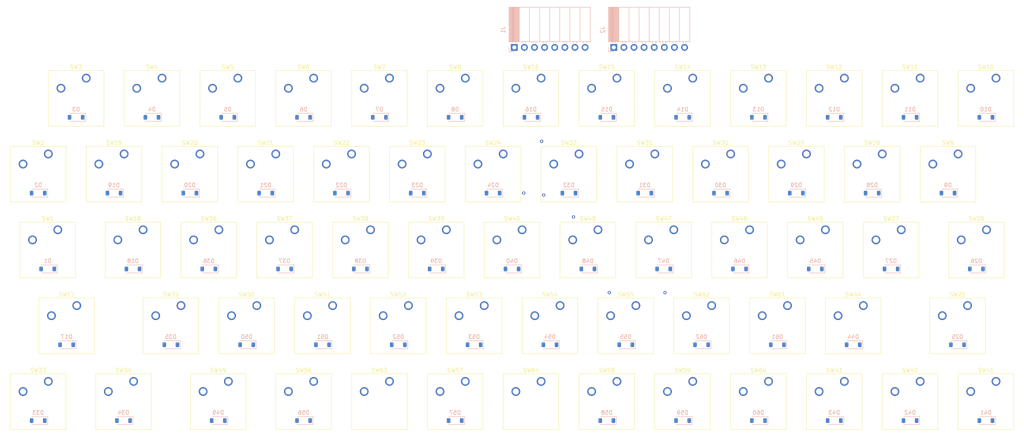
<source format=kicad_pcb>
(kicad_pcb (version 20221018) (generator pcbnew)

  (general
    (thickness 1.6)
  )

  (paper "A3")
  (layers
    (0 "F.Cu" signal)
    (31 "B.Cu" signal)
    (32 "B.Adhes" user "B.Adhesive")
    (33 "F.Adhes" user "F.Adhesive")
    (34 "B.Paste" user)
    (35 "F.Paste" user)
    (36 "B.SilkS" user "B.Silkscreen")
    (37 "F.SilkS" user "F.Silkscreen")
    (38 "B.Mask" user)
    (39 "F.Mask" user)
    (40 "Dwgs.User" user "User.Drawings")
    (41 "Cmts.User" user "User.Comments")
    (42 "Eco1.User" user "User.Eco1")
    (43 "Eco2.User" user "User.Eco2")
    (44 "Edge.Cuts" user)
    (45 "Margin" user)
    (46 "B.CrtYd" user "B.Courtyard")
    (47 "F.CrtYd" user "F.Courtyard")
    (48 "B.Fab" user)
    (49 "F.Fab" user)
    (50 "User.1" user)
    (51 "User.2" user)
    (52 "User.3" user)
    (53 "User.4" user)
    (54 "User.5" user)
    (55 "User.6" user)
    (56 "User.7" user)
    (57 "User.8" user)
    (58 "User.9" user)
  )

  (setup
    (pad_to_mask_clearance 0)
    (pcbplotparams
      (layerselection 0x00010fc_ffffffff)
      (plot_on_all_layers_selection 0x0000000_00000000)
      (disableapertmacros false)
      (usegerberextensions false)
      (usegerberattributes true)
      (usegerberadvancedattributes true)
      (creategerberjobfile true)
      (dashed_line_dash_ratio 12.000000)
      (dashed_line_gap_ratio 3.000000)
      (svgprecision 4)
      (plotframeref false)
      (viasonmask false)
      (mode 1)
      (useauxorigin false)
      (hpglpennumber 1)
      (hpglpenspeed 20)
      (hpglpendiameter 15.000000)
      (dxfpolygonmode true)
      (dxfimperialunits true)
      (dxfusepcbnewfont true)
      (psnegative false)
      (psa4output false)
      (plotreference true)
      (plotvalue true)
      (plotinvisibletext false)
      (sketchpadsonfab false)
      (subtractmaskfromsilk false)
      (outputformat 1)
      (mirror false)
      (drillshape 1)
      (scaleselection 1)
      (outputdirectory "")
    )
  )

  (net 0 "")
  (net 1 "Net-(D1-K)")
  (net 2 "Net-(D1-A)")
  (net 3 "Net-(D2-K)")
  (net 4 "Net-(D3-K)")
  (net 5 "Net-(D4-K)")
  (net 6 "Net-(D5-K)")
  (net 7 "Net-(D6-K)")
  (net 8 "Net-(D7-K)")
  (net 9 "Net-(D8-K)")
  (net 10 "Net-(D9-K)")
  (net 11 "Net-(D10-A)")
  (net 12 "Net-(D10-K)")
  (net 13 "Net-(D11-K)")
  (net 14 "Net-(D12-K)")
  (net 15 "Net-(D13-K)")
  (net 16 "Net-(D14-K)")
  (net 17 "Net-(D15-K)")
  (net 18 "Net-(D16-K)")
  (net 19 "Net-(D17-K)")
  (net 20 "Net-(D17-A)")
  (net 21 "Net-(D18-K)")
  (net 22 "Net-(D19-K)")
  (net 23 "Net-(D20-K)")
  (net 24 "Net-(D21-K)")
  (net 25 "Net-(D22-K)")
  (net 26 "Net-(D23-K)")
  (net 27 "Net-(D24-K)")
  (net 28 "Net-(D25-K)")
  (net 29 "Net-(D25-A)")
  (net 30 "Net-(D26-K)")
  (net 31 "Net-(D27-K)")
  (net 32 "Net-(D28-K)")
  (net 33 "Net-(D29-K)")
  (net 34 "Net-(D30-K)")
  (net 35 "Net-(D31-K)")
  (net 36 "Net-(D32-K)")
  (net 37 "Net-(D33-K)")
  (net 38 "Net-(D33-A)")
  (net 39 "Net-(D34-K)")
  (net 40 "Net-(D35-K)")
  (net 41 "Net-(D36-K)")
  (net 42 "Net-(D37-K)")
  (net 43 "Net-(D38-K)")
  (net 44 "Net-(D39-K)")
  (net 45 "Net-(D40-K)")
  (net 46 "Net-(D41-K)")
  (net 47 "Net-(D41-A)")
  (net 48 "Net-(D42-K)")
  (net 49 "Net-(D43-K)")
  (net 50 "Net-(D44-K)")
  (net 51 "Net-(D45-K)")
  (net 52 "Net-(D46-K)")
  (net 53 "Net-(D47-K)")
  (net 54 "Net-(D48-K)")
  (net 55 "Net-(D49-K)")
  (net 56 "Net-(D49-A)")
  (net 57 "Net-(D50-K)")
  (net 58 "Net-(D51-K)")
  (net 59 "Net-(D52-K)")
  (net 60 "Net-(D53-K)")
  (net 61 "Net-(D54-K)")
  (net 62 "Net-(D55-K)")
  (net 63 "Net-(D56-K)")
  (net 64 "Net-(D56-A)")
  (net 65 "Net-(D57-K)")
  (net 66 "Net-(D58-K)")
  (net 67 "Net-(D59-K)")
  (net 68 "Net-(D60-K)")
  (net 69 "Net-(D61-K)")
  (net 70 "Net-(D62-K)")
  (net 71 "Net-(J2-Pin_1)")
  (net 72 "Net-(J2-Pin_2)")
  (net 73 "Net-(J2-Pin_3)")
  (net 74 "Net-(J2-Pin_4)")
  (net 75 "Net-(J2-Pin_5)")
  (net 76 "Net-(J2-Pin_6)")
  (net 77 "Net-(J2-Pin_7)")
  (net 78 "Net-(J2-Pin_8)")
  (net 79 "unconnected-(SW63-Pad1)")
  (net 80 "unconnected-(SW63-Pad2)")
  (net 81 "unconnected-(SW64-Pad1)")
  (net 82 "unconnected-(SW64-Pad2)")

  (footprint "Button_Switch_Keyboard:SW_Cherry_MX_1.00u_PCB" (layer "F.Cu") (at 205.26375 197.32625))

  (footprint "Button_Switch_Keyboard:SW_Cherry_MX_1.25u_PCB" (layer "F.Cu") (at 140.97 197.32625))

  (footprint "Button_Switch_Keyboard:SW_Cherry_MX_1.00u_PCB" (layer "F.Cu") (at 333.85125 159.22625))

  (footprint "Button_Switch_Keyboard:SW_Cherry_MX_1.75u_PCB" (layer "F.Cu") (at 350.52 178.27625))

  (footprint "Button_Switch_Keyboard:SW_Cherry_MX_1.00u_PCB" (layer "F.Cu") (at 243.36375 197.32625))

  (footprint "Button_Switch_Keyboard:SW_Cherry_MX_1.00u_PCB" (layer "F.Cu") (at 229.07625 178.27625))

  (footprint "Button_Switch_Keyboard:SW_Cherry_MX_1.00u_PCB" (layer "F.Cu") (at 214.78875 140.17625))

  (footprint "Button_Switch_Keyboard:SW_Cherry_MX_1.00u_PCB" (layer "F.Cu") (at 157.63875 140.17625))

  (footprint "Button_Switch_Keyboard:SW_Cherry_MX_1.00u_PCB" (layer "F.Cu") (at 167.16375 121.12625))

  (footprint "Button_Switch_Keyboard:SW_Cherry_MX_1.00u_PCB" (layer "F.Cu") (at 276.70125 159.22625))

  (footprint "Button_Switch_Keyboard:SW_Cherry_MX_1.00u_PCB" (layer "F.Cu") (at 286.22625 178.27625))

  (footprint "Button_Switch_Keyboard:SW_Cherry_MX_1.00u_PCB" (layer "F.Cu") (at 262.41375 197.32625))

  (footprint "Button_Switch_Keyboard:SW_Cherry_MX_1.00u_PCB" (layer "F.Cu") (at 252.88875 140.17625))

  (footprint "Button_Switch_Keyboard:SW_Cherry_MX_1.75u_PCB" (layer "F.Cu") (at 126.6825 178.27625))

  (footprint "Button_Switch_Keyboard:SW_Cherry_MX_1.00u_PCB" (layer "F.Cu") (at 248.12625 178.27625))

  (footprint "Button_Switch_Keyboard:SW_Cherry_MX_1.00u_PCB" (layer "F.Cu") (at 181.45125 159.22625))

  (footprint "Button_Switch_Keyboard:SW_Cherry_MX_1.25u_PCB" (layer "F.Cu") (at 355.2825 159.22625))

  (footprint "Button_Switch_Keyboard:SW_Cherry_MX_1.00u_PCB" (layer "F.Cu") (at 310.03875 140.17625))

  (footprint "Button_Switch_Keyboard:SW_Cherry_MX_1.00u_PCB" (layer "F.Cu") (at 233.83875 140.17625))

  (footprint "Button_Switch_Keyboard:SW_Cherry_MX_1.00u_PCB" (layer "F.Cu") (at 324.32625 178.27625))

  (footprint "Button_Switch_Keyboard:SW_Cherry_MX_1.00u_PCB" (layer "F.Cu") (at 143.35125 159.22625))

  (footprint "Button_Switch_Keyboard:SW_Cherry_MX_1.00u_PCB" (layer "F.Cu") (at 238.60125 159.22625))

  (footprint "Button_Switch_Keyboard:SW_Cherry_MX_1.00u_PCB" (layer "F.Cu") (at 210.02625 178.27625))

  (footprint "Button_Switch_Keyboard:SW_Cherry_MX_1.00u_PCB" (layer "F.Cu") (at 171.92625 178.27625))

  (footprint "Button_Switch_Keyboard:SW_Cherry_MX_1.00u_PCB" (layer "F.Cu") (at 319.56375 121.12625))

  (footprint "Button_Switch_Keyboard:SW_Cherry_MX_1.00u_PCB" (layer "F.Cu") (at 186.21375 121.12625))

  (footprint "Button_Switch_Keyboard:SW_Cherry_MX_1.00u_PCB" (layer "F.Cu") (at 357.66375 197.32625))

  (footprint "Button_Switch_Keyboard:SW_Cherry_MX_1.00u_PCB" (layer "F.Cu") (at 224.31375 121.12625))

  (footprint "Button_Switch_Keyboard:SW_Cherry_MX_1.00u_PCB" (layer "F.Cu") (at 205.26375 121.12625))

  (footprint "Button_Switch_Keyboard:SW_Cherry_MX_1.00u_PCB" (layer "F.Cu") (at 119.53875 140.17625))

  (footprint "Button_Switch_Keyboard:SW_Cherry_MX_1.00u_PCB" (layer "F.Cu") (at 267.17625 178.27625))

  (footprint "Button_Switch_Keyboard:SW_Cherry_MX_1.00u_PCB" (layer "F.Cu") (at 290.98875 140.17625))

  (footprint "Button_Switch_Keyboard:SW_Cherry_MX_1.00u_PCB" (layer "F.Cu") (at 129.06375 121.12625))

  (footprint "Button_Switch_Keyboard:SW_Cherry_MX_1.00u_PCB" (layer "F.Cu") (at 319.56375 197.32625))

  (footprint "Button_Switch_Keyboard:SW_Cherry_MX_1.00u_PCB" (layer "F.Cu") (at 300.51375 197.32625))

  (footprint "Button_Switch_Keyboard:SW_Cherry_MX_1.00u_PCB" (layer "F.Cu") (at 271.93875 140.17625))

  (footprint "Button_Switch_Keyboard:SW_Cherry_MX_1.00u_PCB" (layer "F.Cu") (at 314.80125 159.22625))

  (footprint "Button_Switch_Keyboard:SW_Cherry_MX_1.00u_PCB" (layer "F.Cu") (at 348.13875 140.17625))

  (footprint "Button_Switch_Keyboard:SW_Cherry_MX_1.00u_PCB" (layer "F.Cu") (at 257.65125 159.22625))

  (footprint "Button_Switch_Keyboard:SW_Cherry_MX_1.00u_PCB" (layer "F.Cu") (at 300.51375 121.12625))

  (footprint "Button_Switch_Keyboard:SW_Cherry_MX_1.00u_PCB" (layer "F.Cu") (at 186.21375 197.32625))

  (footprint "Button_Switch_Keyboard:SW_Cherry_MX_1.25u_PCB" (layer "F.Cu")
    (tstamp a18bf5f9-e788-40ba-a91b-8b2efda1b6be)
    (at 121.92 159.22625)
    (descr "Cherry MX keyswitch, 1.25u, PCB mount, http://cherryamericas.com/wp-content/uploads/2014/12/mx_cat.pdf")
    (tags "Cherry MX keyswitch 1.25u PCB")
    (property "Sheetfile" "xantronix-z32.kicad_sch")
    (property "Sheetname" "")
    (property "ki_description" "Push button switch, generic, two pins")
    (property "ki_keywords" "switch normally-open pushbutton push-button")
    (path "/e76b9ee1-537d-4bb2-9fff-78ac2d601e07")
    (attr through_hole)
    (fp_text reference "SW1" (at -2.54 -2.794) (layer "F.SilkS")
        (effects (font (size 1 1) (thickness 0.15)))
      (tstamp 988b5319-14e2-4359-ac6a-47497a8c684a)
    )
    (fp_text value "SW_Push" (at -2.54 12.954) (layer "F.Fab")
        (effects (font (size 1 1) (thickness 0.15)))
      (tstamp c92f2bee-9db2-41b7-b81e-c0d25e6d89fc)
    )
    (fp_text user "${REFERENCE}" (at -2.54 -2.794) (layer "F.Fab")
        (effects (font (size 1 1) (thickness 0.15)))
      (tstamp 96fcb291-c433-4814-a3cf-a51eefbe09fd)
    )
    (fp_line (start -9.525 -1.905) (end 4.445 -1.905)
      (stroke (width 0.12) (type solid)) (layer "F.SilkS") (tstamp ea20c24e-61ef-41f6-88e3-7b6c070ddc32))
    (fp_line (start -9.525 12.065) (end -9.525 -1.905)
      (stroke (width 0.12) (type solid)) (layer "F.SilkS") (tstamp 5fa4a84d-75ae-4d2d-ad9e-48ce7698578c))
    (fp_line (start 4.445 -1.905) (end 4.445 12.065)
      (stroke (width 0.12) (type solid)) (layer "F.SilkS") (tstamp 66253bf2-e5b4-427d-8b4a-3b8b468bbcec))
    (fp_line (start 4.445 12.065) (end -9.525 12.065)
      (stroke (width 0.12) (type solid)) (layer "F.SilkS") (tstamp 9312d933-0465-43c2-a620-93c215eef9e7))
    (fp_line (start -14.44625 -4.445) (end 9.36625 -4.445)
      (stroke (width 0.15) (type solid)) (layer "Dwgs.User") (tstamp 7d01491d-09be-4a67-bcf0-116981247fee))
    (fp_line (start -14.44625 14.605) (end -14.44625 -4.445)
      (stroke (width 0.15) (type solid)) (layer "Dwgs.User") (tstamp e12cde89-d355-4d0b-9b41-59df053b810f))
    (fp_line (start 9.36625 -4.445) (end 9.36625 14.605)
      (stroke (width 0.15) (type solid)) (layer "Dwgs.User") (tstamp fff3cb0e-84d3-452d-b8d2-cb9899878e97))
    (fp_line (start 9.36625 14.605) (end -14.44625 14.605)
      (stroke (width 0.15) (type solid)) (layer "Dwgs.User") (tstamp 83232cba-482f-4edd
... [410344 chars truncated]
</source>
